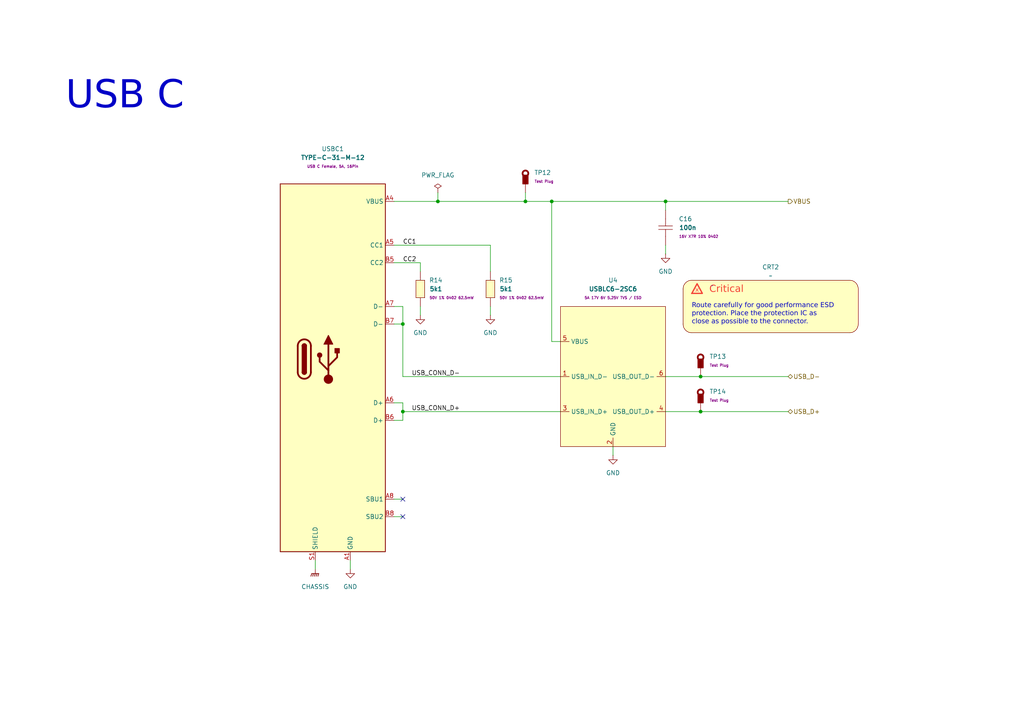
<source format=kicad_sch>
(kicad_sch (version 20231120) (generator "eeschema") (generator_version "8.0")
  (paper "A4")
  (title_block (title "AstraControl - USB C") (date "2024-08-26") (rev "A") (company "LiveAstra Technologies"))
  (lib_symbols
    (symbol "LiveAstra:CHASSIS" (power) (pin_numbers hide) (pin_names (offset 0) hide)
      (property "Value" "CHASSIS" (at 0 -3.302 0))
      (symbol "CHASSIS_0_1"
        (polyline (pts (xy 0 -1.27) (xy 0 0)))
        (polyline (pts (xy -1.016 -1.27) (xy -1.27 -2.032) (xy -1.27 -2.032)) (stroke (width 0.2032)))
        (polyline (pts (xy -0.508 -1.27) (xy -0.762 -2.032) (xy -0.762 -2.032)) (stroke (width 0.2032)))
        (polyline (pts (xy 0 -1.27) (xy -0.254 -2.032) (xy -0.254 -2.032)) (stroke (width 0.2032)))
        (polyline (pts (xy 0.508 -1.27) (xy 0.254 -2.032) (xy 0.254 -2.032)) (stroke (width 0.2032)))
        (polyline (pts (xy 1.016 -1.27) (xy -1.016 -1.27) (xy -1.016 -1.27)) (stroke (width 0.2032)))
        (polyline (pts (xy 1.016 -1.27) (xy 0.762 -2.032) (xy 0.762 -2.032) (xy 0.762 -2.032)) (stroke (width 0.2032)))
      )
      (symbol "CHASSIS_1_1"
        (pin power_in line (at 0 0 270) (length 0) (name "~") (number "1"))
      )
    )
    (symbol "LiveAstra:C_100nF_X7R_0402" (pin_numbers hide) (pin_names hide)
      (property "Reference" "C" (at 0 8.89 0))
      (property "Value" "100n" (at 0 6.35 0))
      (property "Extra Values" "16V X7R 10% 0402" (at 0 3.81 0))
      (symbol "C_100nF_X7R_0402_0_1"
        (polyline (pts (xy -2.54 0) (xy -0.51 0)))
        (polyline (pts (xy -0.51 2.03) (xy -0.51 -2.03)))
        (polyline (pts (xy 0.51 0) (xy 2.54 0)))
        (polyline (pts (xy 0.51 2.03) (xy 0.51 -2.03)))
      )
      (symbol "C_100nF_X7R_0402_1_1"
        (pin passive line (at -5.08 0 0) (length 2.54) (name "1") (number "1"))
        (pin passive line (at 5.08 0 180) (length 2.54) (name "2") (number "2"))
      )
    )
    (symbol "LiveAstra:Critical_Box" (pin_numbers hide) (pin_names (offset 0) hide) (exclude_from_sim yes) (in_bom no) (on_board no)
      (property "Reference" "CRT" (at 0 10.16 0))
      (symbol "Critical_Box_1_1"
        (arc (start -25.3998 -5.0798) (mid -24.6559 -6.8759) (end -22.8598 -7.6198) (fill (type background)))
        (rectangle (start -25.4 5.08) (end 25.4 -5.08) (stroke (width -0.0001)) (fill (type background)))
        (arc (start -22.86 7.62) (mid -24.6561 6.8761) (end -25.4 5.08) (fill (type background)))
        (rectangle (start -22.86 7.62) (end 22.86 -7.62) (stroke (width -0.0001)) (fill (type background)))
        (polyline (pts (xy -25.4 5.08) (xy -25.4 -5.08)))
        (polyline (pts (xy -22.86 -7.62) (xy 22.86 -7.62)))
        (polyline (pts (xy 22.86 7.62) (xy -22.86 7.62)))
        (polyline (pts (xy 25.4 -5.08) (xy 25.4 5.08)))
        (polyline (pts (xy -22.86 3.81) (xy -21.336 6.604) (xy -19.812 3.81) (xy -22.86 3.81)) (stroke (width 0.381) (color 244 67 54 1)))
        (arc (start 22.86 -7.62) (mid 24.6561 -6.8761) (end 25.4 -5.08) (fill (type background)))
        (arc (start 25.4 5.08) (mid 24.6561 6.8761) (end 22.86 7.62) (fill (type background)))
        (text "Critical" (at -17.78 5.08 0) (effects (font (size 2.032 2.032)) (justify left)))
        (text "x" (at -21.336 4.826 0) (effects (font (size 1.27 1.27))))
      )
    )
    (symbol "LiveAstra:R_5k1Ohm_0402_62mW" (pin_numbers hide) (pin_names hide)
      (property "Reference" "R" (at 0 7.62 0))
      (property "Value" "5k1" (at 0 5.08 0))
      (property "Extra Values" "50V 1% 0402 62.5mW" (at 0 2.54 0))
      (symbol "R_5k1Ohm_0402_62mW_0_1"
        (rectangle (start -2.54 1.27) (end 2.54 -1.27) (fill (type background)))
      )
      (symbol "R_5k1Ohm_0402_62mW_1_1"
        (pin passive line (at -5.08 0 0) (length 2.54) (name "1") (number "1"))
        (pin passive line (at 5.08 0 180) (length 2.54) (name "2") (number "2"))
      )
    )
    (symbol "LiveAstra:TestPoint_Thimble" (pin_numbers hide) (pin_names hide) (in_bom no)
      (property "Reference" "TP" (at 0 9.5043 0))
      (property "Extra Values" "Test Plug" (at 0 7.62 0))
      (symbol "TestPoint_Thimble_1_1"
        (rectangle (start -0.762 5.08) (end 0.762 2.54) (stroke (width 0.254)) (fill (type outline)))
        (arc (start 0.508 4.9323) (mid 0 6.4175) (end -0.508 4.9323) (stroke (width 0.508)))
        (pin passive line (at 0 0 90) (length 2.54) (name "1") (number "1"))
      )
    )
    (symbol "LiveAstra:USB_C_5A_Female_16PIN"
      (property "Reference" "USBC" (at 0 57.15 0))
      (property "Value" "TYPE-C-31-M-12" (at 0 54.61 0))
      (property "Extra Values" "USB C Female, 5A, 16Pin" (at 0 52.07 0))
      (symbol "USB_C_5A_Female_16PIN_0_1"
        (rectangle (start -15.24 50.8) (end 15.24 -55.88) (stroke (width 0.254)) (fill (type background)))
        (arc (start -10.16 -3.81) (mid -8.255 -5.7067) (end -6.35 -3.81) (stroke (width 0.508)))
        (arc (start -8.89 -3.81) (mid -8.255 -4.4423) (end -7.62 -3.81) (stroke (width 0.254)))
        (arc (start -8.89 -3.81) (mid -8.255 -4.4423) (end -7.62 -3.81) (stroke (width 0.254)) (fill (type outline)))
        (rectangle (start -8.89 -3.81) (end -7.62 3.81) (stroke (width 0.254)) (fill (type outline)))
        (arc (start -7.62 3.81) (mid -8.255 4.4423) (end -8.89 3.81) (stroke (width 0.254)))
        (arc (start -7.62 3.81) (mid -8.255 4.4423) (end -8.89 3.81) (stroke (width 0.254)) (fill (type outline)))
        (arc (start -6.35 3.81) (mid -8.255 5.7067) (end -10.16 3.81) (stroke (width 0.508)))
        (circle (center -3.81 1.143) (radius 0.635) (stroke (width 0.254)) (fill (type outline)))
        (circle (center -1.27 -5.842) (radius 1.27) (fill (type outline)))
        (polyline (pts (xy -10.16 -3.81) (xy -10.16 3.81)) (stroke (width 0.508)))
        (polyline (pts (xy -6.35 3.81) (xy -6.35 -3.81)) (stroke (width 0.508)))
        (polyline (pts (xy -1.27 -5.842) (xy -1.27 4.318)) (stroke (width 0.508)))
        (polyline (pts (xy -1.27 -3.302) (xy -3.81 -0.762) (xy -3.81 0.508)) (stroke (width 0.508)))
        (polyline (pts (xy -1.27 -2.032) (xy 1.27 0.508) (xy 1.27 1.778)) (stroke (width 0.508)))
        (polyline (pts (xy -2.54 4.318) (xy -1.27 6.858) (xy 0 4.318) (xy -2.54 4.318)) (stroke (width 0.254)) (fill (type outline)))
        (rectangle (start 0.635 1.778) (end 1.905 3.048) (stroke (width 0.254)) (fill (type outline)))
      )
      (symbol "USB_C_5A_Female_16PIN_1_1"
        (pin power_in line (at 5.08 -58.42 90) (length 2.54) (name "GND") (number "A1"))
        (pin power_in line (at 5.08 -58.42 90) (length 2.54) hide (name "GND") (number "A12"))
        (pin power_in line (at 17.78 45.72 180) (length 2.54) (name "VBUS") (number "A4"))
        (pin bidirectional line (at 17.78 33.02 180) (length 2.54) (name "CC1") (number "A5"))
        (pin bidirectional line (at 17.78 -12.7 180) (length 2.54) (name "D+") (number "A6"))
        (pin bidirectional line (at 17.78 15.24 180) (length 2.54) (name "D-") (number "A7"))
        (pin bidirectional line (at 17.78 -40.64 180) (length 2.54) (name "SBU1") (number "A8"))
        (pin power_in line (at 17.78 45.72 180) (length 2.54) hide (name "VBUS") (number "A9"))
        (pin power_in line (at 5.08 -58.42 90) (length 2.54) hide (name "GND") (number "B1"))
        (pin power_in line (at 5.08 -58.42 90) (length 2.54) hide (name "GND") (number "B12"))
        (pin passive line (at 17.78 45.72 180) (length 2.54) hide (name "VBUS") (number "B4"))
        (pin bidirectional line (at 17.78 27.94 180) (length 2.54) (name "CC2") (number "B5"))
        (pin bidirectional line (at 17.78 -17.78 180) (length 2.54) (name "D+") (number "B6"))
        (pin bidirectional line (at 17.78 10.16 180) (length 2.54) (name "D-") (number "B7"))
        (pin bidirectional line (at 17.78 -45.72 180) (length 2.54) (name "SBU2") (number "B8"))
        (pin power_in line (at 17.78 45.72 180) (length 2.54) hide (name "VBUS") (number "B9"))
        (pin passive line (at -5.08 -58.42 90) (length 2.54) (name "SHIELD") (number "S1"))
      )
    )
    (symbol "LiveAstra:U_USBLC6-2SC6_USB_TVS_ESD"
      (property "Reference" "U" (at 0 26.67 0))
      (property "Value" "USBLC6-2SC6" (at 0 24.13 0))
      (property "Extra Values" "5A 17V 6V 5.25V TVS / ESD" (at 0 21.59 0))
      (symbol "U_USBLC6-2SC6_USB_TVS_ESD_0_1"
        (rectangle (start -15.24 20.32) (end 15.24 -20.32) (fill (type background)))
      )
      (symbol "U_USBLC6-2SC6_USB_TVS_ESD_1_1"
        (pin bidirectional line (at -15.24 0 0) (length 2.54) (name "USB_IN_D-") (number "1"))
        (pin power_in line (at 0 -20.32 90) (length 2.54) (name "GND") (number "2"))
        (pin bidirectional line (at -15.24 -10.16 0) (length 2.54) (name "USB_IN_D+") (number "3"))
        (pin bidirectional line (at 15.24 -10.16 180) (length 2.54) (name "USB_OUT_D+") (number "4"))
        (pin power_in line (at -15.24 10.16 0) (length 2.54) (name "VBUS") (number "5"))
        (pin bidirectional line (at 15.24 0 180) (length 2.54) (name "USB_OUT_D-") (number "6"))
      )
    )
    (symbol "power:GND" (power) (pin_numbers hide) (pin_names (offset 0) hide)
      (property "Value" "GND" (at 0 -3.81 0))
      (symbol "GND_0_1"
        (polyline (pts (xy 0 0) (xy 0 -1.27) (xy 1.27 -1.27) (xy 0 -2.54) (xy -1.27 -1.27) (xy 0 -1.27)))
      )
      (symbol "GND_1_1"
        (pin power_in line (at 0 0 270) (length 0) (name "~") (number "1"))
      )
    )
    (symbol "power:PWR_FLAG" (power) (pin_numbers hide) (pin_names (offset 0) hide)
      (property "Value" "PWR_FLAG" (at 0 3.81 0))
      (symbol "PWR_FLAG_0_0"
        (pin power_out line (at 0 0 90) (length 0) (name "~") (number "1"))
      )
      (symbol "PWR_FLAG_0_1"
        (polyline (pts (xy 0 0) (xy 0 1.27) (xy -1.016 1.905) (xy 0 2.54) (xy 1.016 1.905) (xy 0 1.27)))
      )
    )
  )
  (junction (at 160.02 58.42))
  (junction (at 152.4 58.42))
  (junction (at 203.2 119.38))
  (junction (at 127 58.42))
  (junction (at 203.2 109.22))
  (junction (at 193.04 58.42))
  (junction (at 116.84 119.38))
  (junction (at 116.84 93.98))
  (no_connect (at 116.84 149.86))
  (no_connect (at 116.84 144.78))
  (wire (pts (xy 116.84 88.9) (xy 116.84 93.98)))
  (wire (pts (xy 101.6 162.56) (xy 101.6 165.1)))
  (wire (pts (xy 160.02 99.06) (xy 160.02 58.42)))
  (wire (pts (xy 152.4 55.88) (xy 152.4 58.42)))
  (wire (pts (xy 116.84 109.22) (xy 116.84 93.98)))
  (wire (pts (xy 142.24 71.12) (xy 142.24 78.74)))
  (wire (pts (xy 203.2 109.22) (xy 228.6 109.22)))
  (wire (pts (xy 116.84 144.78) (xy 114.3 144.78)))
  (wire (pts (xy 193.04 58.42) (xy 228.6 58.42)))
  (wire (pts (xy 91.44 162.56) (xy 91.44 165.1)))
  (wire (pts (xy 116.84 119.38) (xy 116.84 116.84)))
  (wire (pts (xy 203.2 119.38) (xy 228.6 119.38)))
  (wire (pts (xy 121.92 91.44) (xy 121.92 88.9)))
  (polyline (pts (xy 206.4367 82.86) (xy 206.4367 82.86)) (stroke (width -0.0001) (type solid)))
  (wire (pts (xy 116.84 119.38) (xy 162.56 119.38)))
  (wire (pts (xy 152.4 58.42) (xy 127 58.42)))
  (polyline (pts (xy 206.6867 82.86) (xy 206.6867 82.86)) (stroke (width -0.0001) (type solid)))
  (wire (pts (xy 177.8 129.54) (xy 177.8 132.08)))
  (wire (pts (xy 116.84 109.22) (xy 162.56 109.22)))
  (wire (pts (xy 114.3 76.2) (xy 121.92 76.2)))
  (wire (pts (xy 193.04 60.96) (xy 193.04 58.42)))
  (wire (pts (xy 114.3 71.12) (xy 142.24 71.12)))
  (wire (pts (xy 116.84 149.86) (xy 114.3 149.86)))
  (wire (pts (xy 116.84 116.84) (xy 114.3 116.84)))
  (wire (pts (xy 116.84 121.92) (xy 116.84 119.38)))
  (wire (pts (xy 160.02 58.42) (xy 152.4 58.42)))
  (wire (pts (xy 116.84 88.9) (xy 114.3 88.9)))
  (wire (pts (xy 162.56 99.06) (xy 160.02 99.06)))
  (wire (pts (xy 142.24 88.9) (xy 142.24 91.44)))
  (wire (pts (xy 116.84 121.92) (xy 114.3 121.92)))
  (wire (pts (xy 193.04 109.22) (xy 203.2 109.22)))
  (wire (pts (xy 114.3 58.42) (xy 127 58.42)))
  (wire (pts (xy 121.92 78.74) (xy 121.92 76.2)))
  (wire (pts (xy 114.3 93.98) (xy 116.84 93.98)))
  (wire (pts (xy 193.04 119.38) (xy 203.2 119.38)))
  (polyline (pts (xy 206.6867 82.86) (xy 206.6867 82.86)) (stroke (width -0.0001) (type solid)))
  (wire (pts (xy 127 55.88) (xy 127 58.42)))
  (wire (pts (xy 193.04 73.66) (xy 193.04 71.12)))
  (wire (pts (xy 160.02 58.42) (xy 193.04 58.42)))
  (text "Route carefully for good performance ESD \nprotection. Place the protection IC as \nclose as possible to the connector." (at 200.66 91.44 0) (effects (font (size 1.397 1.397)) (justify left)))
  (text "USB C" (at 19.05 25.4 0) (effects (font (size 8 8)) (justify left top)))
  (label "USB_CONN_D-" (at 119.38 109.22 0))
  (label "CC2" (at 116.84 76.2 0))
  (label "USB_CONN_D+" (at 119.38 119.38 0))
  (label "CC1" (at 116.84 71.12 0))
  (hierarchical_label "VBUS" (shape output) (at 228.6 58.42 0))
  (hierarchical_label "USB_D-" (shape bidirectional) (at 228.6 109.22 0))
  (hierarchical_label "USB_D+" (shape bidirectional) (at 228.6 119.38 0))
  (symbol (lib_id "power:GND") (at 177.8 132.08 0) (unit 1)
    (property "Reference" "#PWR041" (effects (hide yes)))
    (property "Value" "GND" (at 177.8 137.16 0))
    (property "Description" "Power symbol creates a global label with name \"GND\" , ground" (effects (hide yes)))
  )
  (symbol (lib_id "LiveAstra:USB_C_5A_Female_16PIN") (at 96.52 104.14 0) (unit 1)
    (property "Reference" "USBC1" (at 96.52 43.18 0))
    (property "Value" "TYPE-C-31-M-12" (at 96.52 45.72 0) (effects (font (bold yes))))
    (property "Footprint" "LiveAstra:USB_C_Korean_Hroparts_Elec_TYPE-C-31-M-12" (effects (hide yes)))
    (property "Datasheet" "https://lcsc.com/product-detail/USB-Type-C_Korean-Hroparts-Elec-TYPE-C-31-M-12_C165948.html" (effects (hide yes)))
    (property "Description" "5A 1 16P Female Type-C SMD USB Connectors ROHS" (effects (hide yes)))
    (property "LCSC Part" "C165948" (effects (hide yes)))
    (property "Extra Values" "USB C Female, 5A, 16Pin" (at 96.52 48.26 0) (effects (font (size 0.762 0.762) (bold yes))))
    (property "MFN" "Korean Hroparts Elec" (effects (hide yes)))
    (property "MPN" "TYPE-C-31-M-12" (effects (hide yes)))
  )
  (symbol (lib_id "LiveAstra:TestPoint_Thimble") (at 152.4 55.88 0) (unit 1) (in_bom no)
    (property "Reference" "TP12" (at 154.94 50.0676 0) (effects (justify left)))
    (property "Value" "TestPoint_Thimble" (effects (hide yes)))
    (property "Footprint" "LiveAstra:TestPoint_Loop_D3.50mm_Drill0.9mm_Beaded" (effects (hide yes)))
    (property "Datasheet" "https://www.lcsc.com/product-detail/Thimble-Copper-Rod-Test-Ring_ronghe-RH-5000_C5277086.html" (effects (hide yes)))
    (property "Description" "Test Points / Test Rings ROHS" (effects (hide yes)))
    (property "LCSC Part" "C5277086" (effects (hide yes)))
    (property "Extra Values" "Test Plug" (at 154.94 52.6076 0) (effects (font (size 0.762 0.762) (bold yes)) (justify left)))
    (property "MFN" "ronghe" (effects (hide yes)))
    (property "MPN" "RH-5000" (effects (hide yes)))
  )
  (symbol (lib_id "LiveAstra:R_5k1Ohm_0402_62mW") (at 142.24 83.82 90) (unit 1)
    (property "Reference" "R15" (at 144.78 81.2799 90) (effects (justify right)))
    (property "Value" "5k1" (at 144.78 83.82 90) (effects (font (bold yes)) (justify right)))
    (property "Footprint" "LiveAstra:R_0402_1005Metric" (effects (hide yes)))
    (property "Datasheet" "https://lcsc.com/product-detail/Chip-Resistor-Surface-Mount-UniOhm_5-1KR-5101-1_C25905.html" (effects (hide yes)))
    (property "Description" "62.5mW Thick Film Resistors 50V ±100ppm/℃ ±1% 5.1kΩ 0402 Chip Resistor - Surface Mount ROHS" (effects (hide yes)))
    (property "LCSC Part" "C25905" (effects (hide yes)))
    (property "Extra Values" "50V 1% 0402 62.5mW" (at 144.78 86.3599 90) (effects (font (size 0.762 0.762) (bold yes)) (justify right)))
    (property "MFN" "UNI-ROYAL(Uniroyal Elec)" (effects (hide yes)))
    (property "MPN" "0402WGF5101TCE" (effects (hide yes)))
  )
  (symbol (lib_id "power:GND") (at 121.92 91.44 0) (unit 1)
    (property "Reference" "#PWR039" (effects (hide yes)))
    (property "Value" "GND" (at 121.92 96.52 0))
    (property "Description" "Power symbol creates a global label with name \"GND\" , ground" (effects (hide yes)))
  )
  (symbol (lib_id "LiveAstra:Critical_Box") (at 223.52 88.9 0) (unit 1) (exclude_from_sim yes) (in_bom no) (on_board no)
    (property "Reference" "CRT2" (at 223.52 77.47 0))
    (property "Value" "~" (at 223.52 80.01 0))
  )
  (symbol (lib_id "LiveAstra:C_100nF_X7R_0402") (at 193.04 66.04 90) (unit 1)
    (property "Reference" "C16" (at 196.85 63.4999 90) (effects (justify right)))
    (property "Value" "100n" (at 196.85 66.04 90) (effects (font (bold yes)) (justify right)))
    (property "Footprint" "LiveAstra:C_0402_1005Metric" (effects (hide yes)))
    (property "Datasheet" "https://www.lcsc.com/product-detail/Multilayer-Ceramic-Capacitors-MLCC-SMD-SMT_Samsung-Electro-Mechanics-CL05B104KO5NNNC_C1525.html" (effects (hide yes)))
    (property "Description" "16V 100nF X7R ±10% 0402 Multilayer Ceramic Capacitors MLCC - SMD/SMT ROHS" (effects (hide yes)))
    (property "LCSC Part" "C1525" (effects (hide yes)))
    (property "Extra Values" "16V X7R 10% 0402" (at 196.85 68.5799 90) (effects (font (size 0.762 0.762) (bold yes)) (justify right)))
    (property "MFN" "Samsung Electro-Mechanics" (effects (hide yes)))
    (property "MPN" "CL05B104KO5NNNC" (effects (hide yes)))
  )
  (symbol (lib_id "LiveAstra:TestPoint_Thimble") (at 203.2 109.22 0) (unit 1) (in_bom no)
    (property "Reference" "TP13" (at 205.74 103.4076 0) (effects (justify left)))
    (property "Value" "TestPoint_Thimble" (effects (hide yes)))
    (property "Footprint" "LiveAstra:TestPoint_Loop_D3.50mm_Drill0.9mm_Beaded" (effects (hide yes)))
    (property "Datasheet" "https://www.lcsc.com/product-detail/Thimble-Copper-Rod-Test-Ring_ronghe-RH-5000_C5277086.html" (effects (hide yes)))
    (property "Description" "Test Points / Test Rings ROHS" (effects (hide yes)))
    (property "LCSC Part" "C5277086" (effects (hide yes)))
    (property "Extra Values" "Test Plug" (at 205.74 105.9476 0) (effects (font (size 0.762 0.762) (bold yes)) (justify left)))
    (property "MFN" "ronghe" (effects (hide yes)))
    (property "MPN" "RH-5000" (effects (hide yes)))
  )
  (symbol (lib_id "power:GND") (at 193.04 73.66 0) (unit 1)
    (property "Reference" "#PWR042" (effects (hide yes)))
    (property "Value" "GND" (at 193.04 78.74 0))
    (property "Description" "Power symbol creates a global label with name \"GND\" , ground" (effects (hide yes)))
  )
  (symbol (lib_id "power:GND") (at 101.6 165.1 0) (unit 1)
    (property "Reference" "#PWR038" (effects (hide yes)))
    (property "Value" "GND" (at 101.6 170.18 0))
    (property "Description" "Power symbol creates a global label with name \"GND\" , ground" (effects (hide yes)))
  )
  (symbol (lib_id "LiveAstra:U_USBLC6-2SC6_USB_TVS_ESD") (at 177.8 109.22 0) (unit 1)
    (property "Reference" "U4" (at 177.8 81.28 0))
    (property "Value" "USBLC6-2SC6" (at 177.8 83.82 0) (effects (font (bold yes))))
    (property "Footprint" "LiveAstra:USBLC6-2SC6_PROTECTION_SOT-23-6" (effects (hide yes)))
    (property "Datasheet" "https://www.lcsc.com/product-detail/ESD-and-Surge-Protection-TVS-ESD_STMicroelectronics-USBLC6-2SC6_C7519.html" (effects (hide yes)))
    (property "Description" "5A 17V 6V Unidirectional 5.25V SOT-23-6 ESD and Surge Protection (TVS/ESD) ROHS" (effects (hide yes)))
    (property "LCSC Part" "C7519" (effects (hide yes)))
    (property "Extra Values" "5A 17V 6V 5.25V TVS / ESD" (at 177.8 86.36 0) (effects (font (size 0.762 0.762) (bold yes))))
    (property "MFN" "STMicroelectronics" (effects (hide yes)))
    (property "MPN" "USBLC6-2SC6" (effects (hide yes)))
  )
  (symbol (lib_id "power:GND") (at 142.24 91.44 0) (unit 1)
    (property "Reference" "#PWR040" (effects (hide yes)))
    (property "Value" "GND" (at 142.24 96.52 0))
    (property "Description" "Power symbol creates a global label with name \"GND\" , ground" (effects (hide yes)))
  )
  (symbol (lib_id "LiveAstra:TestPoint_Thimble") (at 203.2 119.38 0) (unit 1) (in_bom no)
    (property "Reference" "TP14" (at 205.74 113.5676 0) (effects (justify left)))
    (property "Value" "TestPoint_Thimble" (effects (hide yes)))
    (property "Footprint" "LiveAstra:TestPoint_Loop_D3.50mm_Drill0.9mm_Beaded" (effects (hide yes)))
    (property "Datasheet" "https://www.lcsc.com/product-detail/Thimble-Copper-Rod-Test-Ring_ronghe-RH-5000_C5277086.html" (effects (hide yes)))
    (property "Description" "Test Points / Test Rings ROHS" (effects (hide yes)))
    (property "LCSC Part" "C5277086" (effects (hide yes)))
    (property "Extra Values" "Test Plug" (at 205.74 116.1076 0) (effects (font (size 0.762 0.762) (bold yes)) (justify left)))
    (property "MFN" "ronghe" (effects (hide yes)))
    (property "MPN" "RH-5000" (effects (hide yes)))
  )
  (symbol (lib_id "power:PWR_FLAG") (at 127 55.88 0) (unit 1)
    (property "Reference" "#FLG05" (effects (hide yes)))
    (property "Value" "PWR_FLAG" (at 127 50.8 0))
    (property "Description" "Special symbol for telling ERC where power comes from" (effects (hide yes)))
  )
  (symbol (lib_id "LiveAstra:R_5k1Ohm_0402_62mW") (at 121.92 83.82 90) (unit 1)
    (property "Reference" "R14" (at 124.46 81.2799 90) (effects (justify right)))
    (property "Value" "5k1" (at 124.46 83.82 90) (effects (font (bold yes)) (justify right)))
    (property "Footprint" "LiveAstra:R_0402_1005Metric" (effects (hide yes)))
    (property "Datasheet" "https://lcsc.com/product-detail/Chip-Resistor-Surface-Mount-UniOhm_5-1KR-5101-1_C25905.html" (effects (hide yes)))
    (property "Description" "62.5mW Thick Film Resistors 50V ±100ppm/℃ ±1% 5.1kΩ 0402 Chip Resistor - Surface Mount ROHS" (effects (hide yes)))
    (property "LCSC Part" "C25905" (effects (hide yes)))
    (property "Extra Values" "50V 1% 0402 62.5mW" (at 124.46 86.3599 90) (effects (font (size 0.762 0.762) (bold yes)) (justify right)))
    (property "MFN" "UNI-ROYAL(Uniroyal Elec)" (effects (hide yes)))
    (property "MPN" "0402WGF5101TCE" (effects (hide yes)))
  )
  (symbol (lib_id "LiveAstra:CHASSIS") (at 91.44 165.1 0) (unit 1)
    (property "Reference" "#PWR037" (effects (hide yes)))
    (property "Value" "CHASSIS" (at 91.44 170.18 0))
    (property "Description" "Power symbol creates a global label with name \"CHASSIS\" , global ground" (effects (hide yes)))
  )
)
</source>
